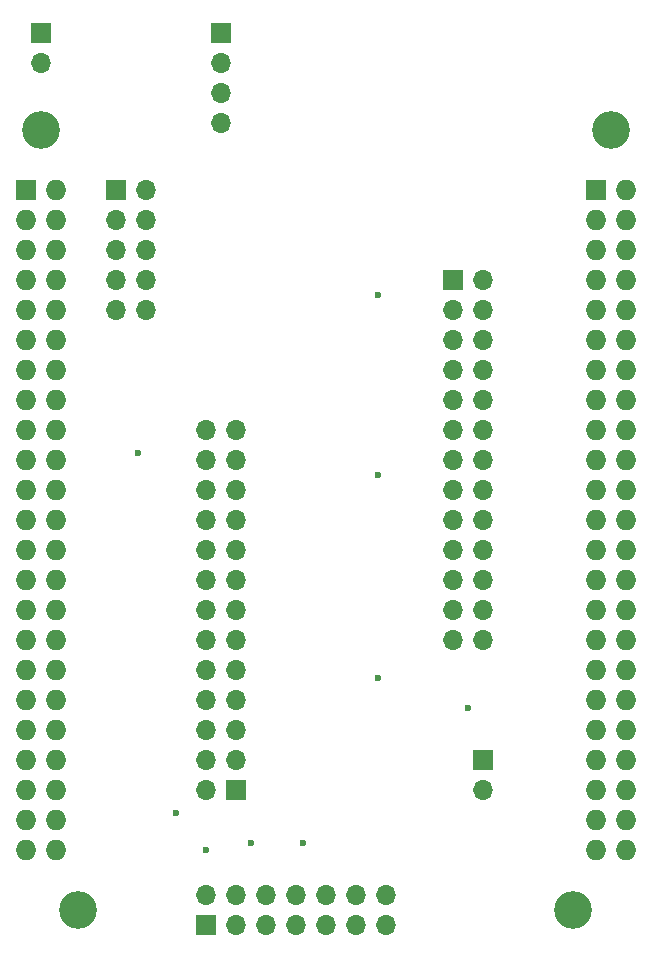
<source format=gbs>
G04 #@! TF.GenerationSoftware,KiCad,Pcbnew,no-vcs-found-ecdfa40~58~ubuntu16.04.1*
G04 #@! TF.CreationDate,2017-03-29T16:21:29+11:00*
G04 #@! TF.ProjectId,pp_cape_v02,70705F636170655F7630322E6B696361,0.2*
G04 #@! TF.FileFunction,Soldermask,Bot*
G04 #@! TF.FilePolarity,Negative*
%FSLAX46Y46*%
G04 Gerber Fmt 4.6, Leading zero omitted, Abs format (unit mm)*
G04 Created by KiCad (PCBNEW no-vcs-found-ecdfa40~58~ubuntu16.04.1) date Wed Mar 29 16:21:29 2017*
%MOMM*%
%LPD*%
G01*
G04 APERTURE LIST*
%ADD10C,0.100000*%
%ADD11R,1.700000X1.700000*%
%ADD12O,1.700000X1.700000*%
%ADD13C,3.200000*%
%ADD14R,1.727200X1.727200*%
%ADD15O,1.727200X1.727200*%
%ADD16C,0.600000*%
G04 APERTURE END LIST*
D10*
D11*
X131610100Y-124612400D03*
D12*
X131610100Y-122072400D03*
X134150100Y-124612400D03*
X134150100Y-122072400D03*
X136690100Y-124612400D03*
X136690100Y-122072400D03*
X139230100Y-124612400D03*
X139230100Y-122072400D03*
X141770100Y-124612400D03*
X141770100Y-122072400D03*
X144310100Y-124612400D03*
X144310100Y-122072400D03*
X146850100Y-124612400D03*
X146850100Y-122072400D03*
X117640100Y-51587400D03*
D11*
X117640100Y-49047400D03*
X155105100Y-110642400D03*
D12*
X155105100Y-113182400D03*
D13*
X120815100Y-123342400D03*
X162725100Y-123342400D03*
X165900100Y-57302400D03*
D14*
X164630100Y-62382400D03*
D15*
X167170100Y-62382400D03*
X164630100Y-64922400D03*
X167170100Y-64922400D03*
X164630100Y-67462400D03*
X167170100Y-67462400D03*
X164630100Y-70002400D03*
X167170100Y-70002400D03*
X164630100Y-72542400D03*
X167170100Y-72542400D03*
X164630100Y-75082400D03*
X167170100Y-75082400D03*
X164630100Y-77622400D03*
X167170100Y-77622400D03*
X164630100Y-80162400D03*
X167170100Y-80162400D03*
X164630100Y-82702400D03*
X167170100Y-82702400D03*
X164630100Y-85242400D03*
X167170100Y-85242400D03*
X164630100Y-87782400D03*
X167170100Y-87782400D03*
X164630100Y-90322400D03*
X167170100Y-90322400D03*
X164630100Y-92862400D03*
X167170100Y-92862400D03*
X164630100Y-95402400D03*
X167170100Y-95402400D03*
X164630100Y-97942400D03*
X167170100Y-97942400D03*
X164630100Y-100482400D03*
X167170100Y-100482400D03*
X164630100Y-103022400D03*
X167170100Y-103022400D03*
X164630100Y-105562400D03*
X167170100Y-105562400D03*
X164630100Y-108102400D03*
X167170100Y-108102400D03*
X164630100Y-110642400D03*
X167170100Y-110642400D03*
X164630100Y-113182400D03*
X167170100Y-113182400D03*
X164630100Y-115722400D03*
X167170100Y-115722400D03*
X164630100Y-118262400D03*
X167170100Y-118262400D03*
D14*
X116370100Y-62382400D03*
D15*
X118910100Y-62382400D03*
X116370100Y-64922400D03*
X118910100Y-64922400D03*
X116370100Y-67462400D03*
X118910100Y-67462400D03*
X116370100Y-70002400D03*
X118910100Y-70002400D03*
X116370100Y-72542400D03*
X118910100Y-72542400D03*
X116370100Y-75082400D03*
X118910100Y-75082400D03*
X116370100Y-77622400D03*
X118910100Y-77622400D03*
X116370100Y-80162400D03*
X118910100Y-80162400D03*
X116370100Y-82702400D03*
X118910100Y-82702400D03*
X116370100Y-85242400D03*
X118910100Y-85242400D03*
X116370100Y-87782400D03*
X118910100Y-87782400D03*
X116370100Y-90322400D03*
X118910100Y-90322400D03*
X116370100Y-92862400D03*
X118910100Y-92862400D03*
X116370100Y-95402400D03*
X118910100Y-95402400D03*
X116370100Y-97942400D03*
X118910100Y-97942400D03*
X116370100Y-100482400D03*
X118910100Y-100482400D03*
X116370100Y-103022400D03*
X118910100Y-103022400D03*
X116370100Y-105562400D03*
X118910100Y-105562400D03*
X116370100Y-108102400D03*
X118910100Y-108102400D03*
X116370100Y-110642400D03*
X118910100Y-110642400D03*
X116370100Y-113182400D03*
X118910100Y-113182400D03*
X116370100Y-115722400D03*
X118910100Y-115722400D03*
X116370100Y-118262400D03*
X118910100Y-118262400D03*
D13*
X117640100Y-57302400D03*
D12*
X131610100Y-82702400D03*
X134150100Y-82702400D03*
X131610100Y-85242400D03*
X134150100Y-85242400D03*
X131610100Y-87782400D03*
X134150100Y-87782400D03*
X131610100Y-90322400D03*
X134150100Y-90322400D03*
X131610100Y-92862400D03*
X134150100Y-92862400D03*
X131610100Y-95402400D03*
X134150100Y-95402400D03*
X131610100Y-97942400D03*
X134150100Y-97942400D03*
X131610100Y-100482400D03*
X134150100Y-100482400D03*
X131610100Y-103022400D03*
X134150100Y-103022400D03*
X131610100Y-105562400D03*
X134150100Y-105562400D03*
X131610100Y-108102400D03*
X134150100Y-108102400D03*
X131610100Y-110642400D03*
X134150100Y-110642400D03*
X131610100Y-113182400D03*
D11*
X134150100Y-113182400D03*
X152565100Y-70002400D03*
D12*
X155105100Y-70002400D03*
X152565100Y-72542400D03*
X155105100Y-72542400D03*
X152565100Y-75082400D03*
X155105100Y-75082400D03*
X152565100Y-77622400D03*
X155105100Y-77622400D03*
X152565100Y-80162400D03*
X155105100Y-80162400D03*
X152565100Y-82702400D03*
X155105100Y-82702400D03*
X152565100Y-85242400D03*
X155105100Y-85242400D03*
X152565100Y-87782400D03*
X155105100Y-87782400D03*
X152565100Y-90322400D03*
X155105100Y-90322400D03*
X152565100Y-92862400D03*
X155105100Y-92862400D03*
X152565100Y-95402400D03*
X155105100Y-95402400D03*
X152565100Y-97942400D03*
X155105100Y-97942400D03*
X152565100Y-100482400D03*
X155105100Y-100482400D03*
X126530100Y-72542400D03*
X123990100Y-72542400D03*
X126530100Y-70002400D03*
X123990100Y-70002400D03*
X126530100Y-67462400D03*
X123990100Y-67462400D03*
X126530100Y-64922400D03*
X123990100Y-64922400D03*
X126530100Y-62382400D03*
D11*
X123990100Y-62382400D03*
D12*
X132880100Y-56667400D03*
X132880100Y-54127400D03*
X132880100Y-51587400D03*
D11*
X132880100Y-49047400D03*
D16*
X125895100Y-84607400D03*
X146215100Y-103657400D03*
X146215100Y-86512400D03*
X146215100Y-71272400D03*
X153835100Y-106197400D03*
X129070100Y-115087400D03*
X131610100Y-118262400D03*
X139865100Y-117627400D03*
X135420100Y-117627400D03*
M02*

</source>
